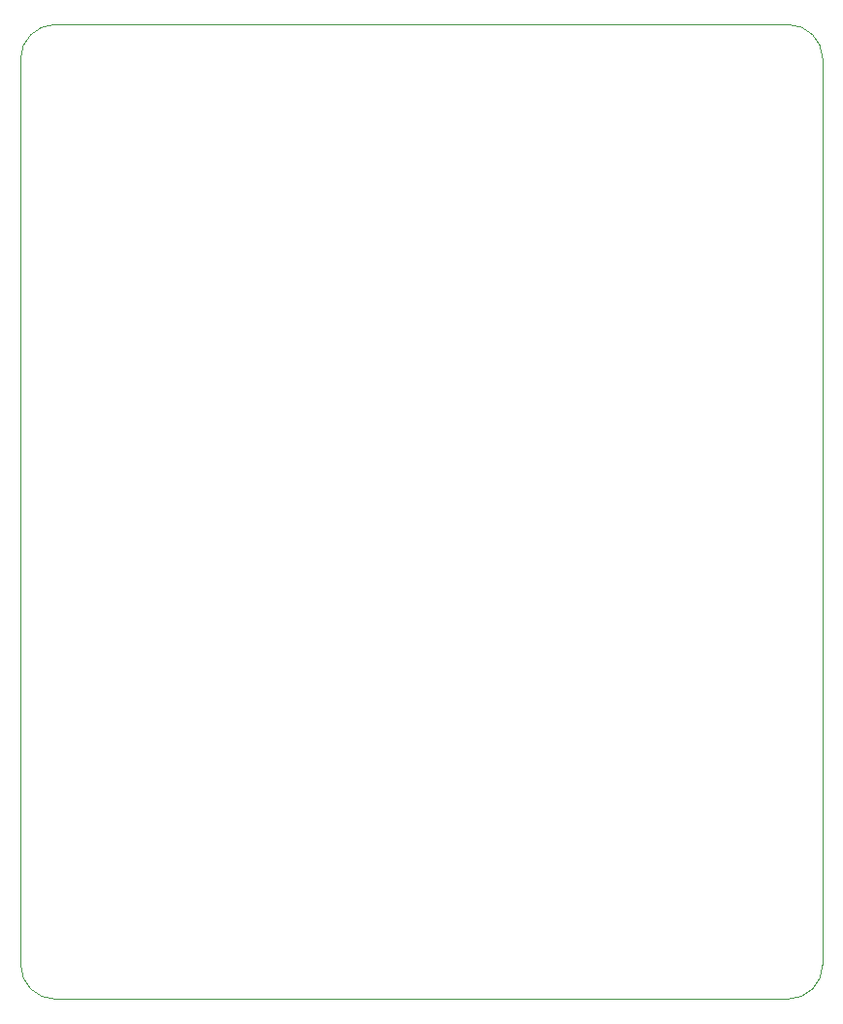
<source format=gm1>
G04 #@! TF.GenerationSoftware,KiCad,Pcbnew,7.0.8*
G04 #@! TF.CreationDate,2023-11-13T14:41:24+09:00*
G04 #@! TF.ProjectId,1bit-cpu,31626974-2d63-4707-952e-6b696361645f,rev?*
G04 #@! TF.SameCoordinates,Original*
G04 #@! TF.FileFunction,Profile,NP*
%FSLAX46Y46*%
G04 Gerber Fmt 4.6, Leading zero omitted, Abs format (unit mm)*
G04 Created by KiCad (PCBNEW 7.0.8) date 2023-11-13 14:41:24*
%MOMM*%
%LPD*%
G01*
G04 APERTURE LIST*
G04 #@! TA.AperFunction,Profile*
%ADD10C,0.100000*%
G04 #@! TD*
G04 APERTURE END LIST*
D10*
X17000000Y-43000000D02*
G75*
G03*
X14000000Y-46000000I0J-3000000D01*
G01*
X14000000Y-125000000D02*
X14000000Y-46000000D01*
X81000000Y-128000000D02*
X17000000Y-128000000D01*
X84000000Y-46000000D02*
G75*
G03*
X81000000Y-43000000I-3000000J0D01*
G01*
X81000000Y-128000000D02*
G75*
G03*
X84000000Y-125000000I0J3000000D01*
G01*
X14000000Y-125000000D02*
G75*
G03*
X17000000Y-128000000I3000000J0D01*
G01*
X84000000Y-46000000D02*
X84000000Y-125000000D01*
X17000000Y-43000000D02*
X81000000Y-43000000D01*
M02*

</source>
